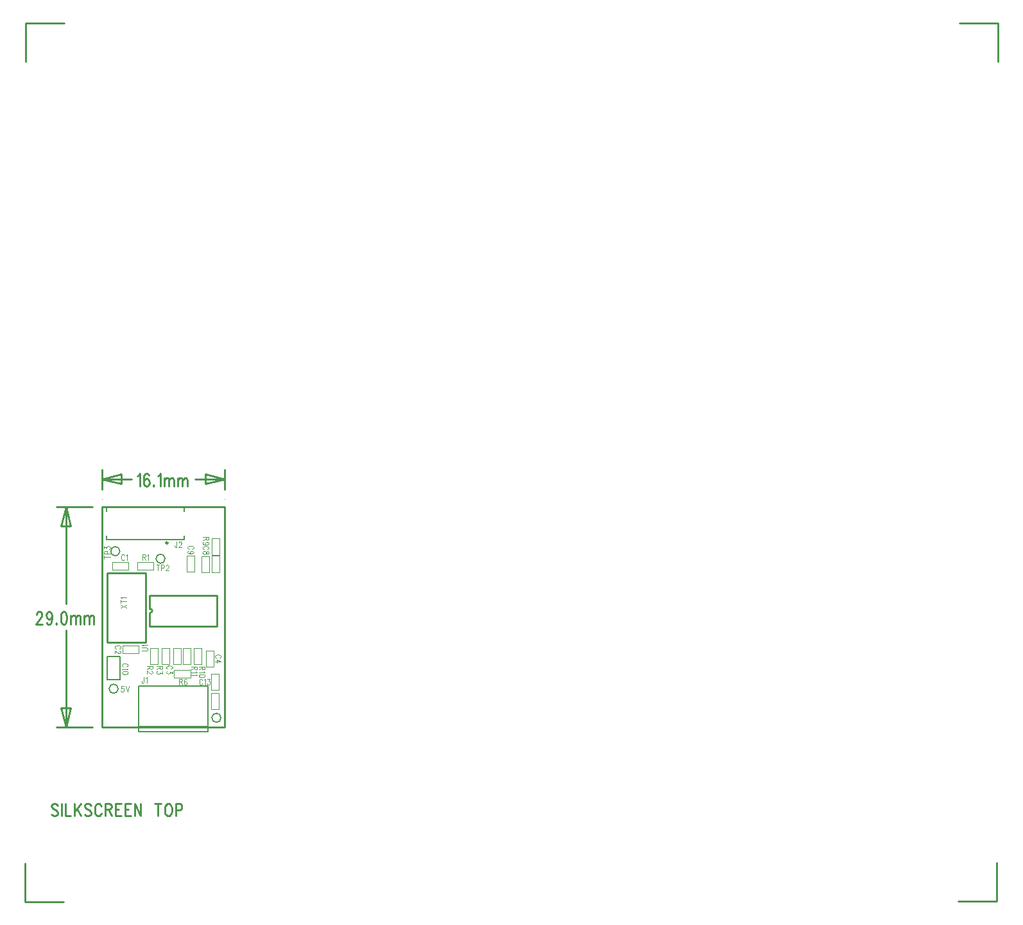
<source format=gbr>
*
*
G04 PADS 9.5 Build Number: 522968 generated Gerber (RS-274-X) file*
G04 PC Version=2.1*
*
%IN "UDA_7.pcb"*%
*
%MOIN*%
*
%FSLAX35Y35*%
*
*
*
*
G04 PC Standard Apertures*
*
*
G04 Thermal Relief Aperture macro.*
%AMTER*
1,1,$1,0,0*
1,0,$1-$2,0,0*
21,0,$3,$4,0,0,45*
21,0,$3,$4,0,0,135*
%
*
*
G04 Annular Aperture macro.*
%AMANN*
1,1,$1,0,0*
1,0,$2,0,0*
%
*
*
G04 Odd Aperture macro.*
%AMODD*
1,1,$1,0,0*
1,0,$1-0.005,0,0*
%
*
*
G04 PC Custom Aperture Macros*
*
*
*
*
*
*
G04 PC Aperture Table*
*
%ADD010C,0.001*%
%ADD011C,0.01*%
%ADD013C,0.00591*%
%ADD014C,0.006*%
%ADD017C,0.004*%
%ADD021C,0.00472*%
*
*
*
*
G04 PC Circuitry*
G04 Layer Name UDA_7.pcb - circuitry*
%LPD*%
*
*
G04 PC Custom Flashes*
G04 Layer Name UDA_7.pcb - flashes*
%LPD*%
*
*
G04 PC Circuitry*
G04 Layer Name UDA_7.pcb - circuitry*
%LPD*%
*
G54D10*
G01X1787425Y1580886D02*
X1787428D01*
X1850811D02*
X1850814D01*
X1787425Y1462776D02*
X1787428D01*
X1787228Y1576949D02*
X1787231D01*
G54D11*
X1810024Y1506587D02*
Y1542587D01*
X1790024*
Y1506587*
X1810024*
X1821436Y1558259D02*
G75*
G03X1821436I-548J0D01*
G01X1811854Y1515012D02*
X1846854D01*
Y1531012*
X1811854*
Y1524012*
X1812354*
Y1522012D02*
G03Y1524012I0J1000D01*
G01Y1522012D02*
X1811854D01*
Y1515012*
X1764205Y1422121D02*
X1763751Y1422746D01*
X1763069Y1423059*
X1762160*
X1761478Y1422746*
X1761024Y1422121*
Y1421496*
X1761251Y1420871*
X1761478Y1420559*
X1761933Y1420246*
X1763296Y1419621*
X1763751Y1419309*
X1763978Y1418996*
X1764205Y1418371*
Y1417434*
X1763751Y1416809*
X1763069Y1416496*
X1762160*
X1761478Y1416809*
X1761024Y1417434*
X1766251Y1423059D02*
Y1416496D01*
X1768296Y1423059D02*
Y1416496D01*
X1771024*
X1773069Y1423059D02*
Y1416496D01*
X1776251Y1423059D02*
X1773069Y1418684D01*
X1774205Y1420246D02*
X1776251Y1416496D01*
X1781478Y1422121D02*
X1781024Y1422746D01*
X1780342Y1423059*
X1779433*
X1778751Y1422746*
X1778296Y1422121*
Y1421496*
X1778524Y1420871*
X1778751Y1420559*
X1779205Y1420246*
X1780569Y1419621*
X1781024Y1419309*
X1781251Y1418996*
X1781478Y1418371*
Y1417434*
X1781024Y1416809*
X1780342Y1416496*
X1779433*
X1778751Y1416809*
X1778296Y1417434*
X1786933Y1421496D02*
X1786705Y1422121D01*
X1786251Y1422746*
X1785796Y1423059*
X1784887*
X1784433Y1422746*
X1783978Y1422121*
X1783751Y1421496*
X1783524Y1420559*
Y1418996*
X1783751Y1418059*
X1783978Y1417434*
X1784433Y1416809*
X1784887Y1416496*
X1785796*
X1786251Y1416809*
X1786705Y1417434*
X1786933Y1418059*
X1788978Y1423059D02*
Y1416496D01*
Y1423059D02*
X1791024D01*
X1791705Y1422746*
X1791933Y1422434*
X1792160Y1421809*
Y1421184*
X1791933Y1420559*
X1791705Y1420246*
X1791024Y1419934*
X1788978*
X1790569D02*
X1792160Y1416496D01*
X1794205Y1423059D02*
Y1416496D01*
Y1423059D02*
X1797160D01*
X1794205Y1419934D02*
X1796024D01*
X1794205Y1416496D02*
X1797160D01*
X1799205Y1423059D02*
Y1416496D01*
Y1423059D02*
X1802160D01*
X1799205Y1419934D02*
X1801024D01*
X1799205Y1416496D02*
X1802160D01*
X1804205Y1423059D02*
Y1416496D01*
Y1423059D02*
X1807387Y1416496D01*
Y1423059D02*
Y1416496D01*
X1816251Y1423059D02*
Y1416496D01*
X1814660Y1423059D02*
X1817842D01*
X1821251D02*
X1820796Y1422746D01*
X1820342Y1422121*
X1820115Y1421496*
X1819887Y1420559*
Y1418996*
X1820115Y1418059*
X1820342Y1417434*
X1820796Y1416809*
X1821251Y1416496*
X1822160*
X1822615Y1416809*
X1823069Y1417434*
X1823296Y1418059*
X1823524Y1418996*
Y1420559*
X1823296Y1421496*
X1823069Y1422121*
X1822615Y1422746*
X1822160Y1423059*
X1821251*
X1825569D02*
Y1416496D01*
Y1423059D02*
X1827615D01*
X1828296Y1422746*
X1828524Y1422434*
X1828751Y1421809*
Y1420871*
X1828524Y1420246*
X1828296Y1419934*
X1827615Y1419621*
X1825569*
X1787425Y1462776D02*
Y1576949D01*
X1850811*
Y1462776*
X1787425*
X1767520Y1828110D02*
X1747520D01*
Y1808110*
X1747441Y1391890D02*
Y1371890D01*
X1767441*
X2232087Y1372205D02*
X2252087D01*
Y1392205*
X2252559Y1808031D02*
Y1828031D01*
X2232559*
X1787425Y1591319D02*
X1802709D01*
X1787425D02*
X1797425Y1593819D01*
Y1588819*
X1787425Y1591319*
X1850811D02*
X1835527D01*
X1850811D02*
X1840811Y1588819D01*
Y1593819*
X1850811Y1591319*
X1787425Y1585886D02*
Y1596319D01*
X1850811Y1585886D02*
Y1596319D01*
X1805709Y1592881D02*
X1806164Y1593194D01*
X1806845Y1594131*
Y1587569*
X1811618Y1593194D02*
X1811391Y1593819D01*
X1810709Y1594131*
X1810254*
X1809573Y1593819*
X1809118Y1592881*
X1808891Y1591319*
Y1589756*
X1809118Y1588506*
X1809573Y1587881*
X1810254Y1587569*
X1810482*
X1811164Y1587881*
X1811618Y1588506*
X1811845Y1589444*
Y1589756*
X1811618Y1590694*
X1811164Y1591319*
X1810482Y1591631*
X1810254*
X1809573Y1591319*
X1809118Y1590694*
X1808891Y1589756*
X1814118Y1588194D02*
X1813891Y1587881D01*
X1814118Y1587569*
X1814345Y1587881*
X1814118Y1588194*
X1816391Y1592881D02*
X1816845Y1593194D01*
X1817527Y1594131*
Y1587569*
X1819573Y1591944D02*
Y1587569D01*
Y1590694D02*
X1820254Y1591631D01*
X1820709Y1591944*
X1821391*
X1821845Y1591631*
X1822073Y1590694*
Y1587569*
Y1590694D02*
X1822754Y1591631D01*
X1823209Y1591944*
X1823891*
X1824345Y1591631*
X1824573Y1590694*
Y1587569*
X1826618Y1591944D02*
Y1587569D01*
Y1590694D02*
X1827300Y1591631D01*
X1827754Y1591944*
X1828436*
X1828891Y1591631*
X1829118Y1590694*
Y1587569*
Y1590694D02*
X1829800Y1591631D01*
X1830254Y1591944*
X1830936*
X1831391Y1591631*
X1831618Y1590694*
Y1587569*
X1768528Y1462776D02*
Y1513112D01*
Y1462776D02*
X1766028Y1472776D01*
X1771028*
X1768528Y1462776*
Y1576949D02*
Y1526612D01*
Y1576949D02*
X1771028Y1566949D01*
X1766028*
X1768528Y1576949*
X1782425Y1462776D02*
X1763528D01*
X1782228Y1576949D02*
X1763528D01*
X1753300Y1521112D02*
Y1521425D01*
X1753528Y1522050*
X1753755Y1522362*
X1754209Y1522675*
X1755118*
X1755573Y1522362*
X1755800Y1522050*
X1756028Y1521425*
Y1520800*
X1755800Y1520175*
X1755346Y1519237*
X1753073Y1516112*
X1756255*
X1761255Y1520487D02*
X1761028Y1519550D01*
X1760573Y1518925*
X1759891Y1518612*
X1759664*
X1758982Y1518925*
X1758528Y1519550*
X1758300Y1520487*
Y1520800*
X1758528Y1521737*
X1758982Y1522362*
X1759664Y1522675*
X1759891*
X1760573Y1522362*
X1761028Y1521737*
X1761255Y1520487*
Y1518925*
X1761028Y1517362*
X1760573Y1516425*
X1759891Y1516112*
X1759437*
X1758755Y1516425*
X1758528Y1517050*
X1763528Y1516737D02*
X1763300Y1516425D01*
X1763528Y1516112*
X1763755Y1516425*
X1763528Y1516737*
X1767164Y1522675D02*
X1766482Y1522362D01*
X1766028Y1521425*
X1765800Y1519862*
Y1518925*
X1766028Y1517362*
X1766482Y1516425*
X1767164Y1516112*
X1767618*
X1768300Y1516425*
X1768755Y1517362*
X1768982Y1518925*
Y1519862*
X1768755Y1521425*
X1768300Y1522362*
X1767618Y1522675*
X1767164*
X1771028Y1520487D02*
Y1516112D01*
Y1519237D02*
X1771709Y1520175D01*
X1772164Y1520487*
X1772846*
X1773300Y1520175*
X1773528Y1519237*
Y1516112*
Y1519237D02*
X1774209Y1520175D01*
X1774664Y1520487*
X1775346*
X1775800Y1520175*
X1776028Y1519237*
Y1516112*
X1778073Y1520487D02*
Y1516112D01*
Y1519237D02*
X1778755Y1520175D01*
X1779209Y1520487*
X1779891*
X1780346Y1520175*
X1780573Y1519237*
Y1516112*
Y1519237D02*
X1781255Y1520175D01*
X1781709Y1520487*
X1782391*
X1782846Y1520175*
X1783073Y1519237*
Y1516112*
G54D13*
X1820028Y1550053D02*
G03X1820028I-2362J0D01*
G01X1829864Y1562078D02*
Y1560109D01*
X1789707*
Y1562078*
X1829864Y1574676D02*
Y1576645D01*
X1789707*
Y1574676*
X1796514Y1553916D02*
G03X1796514I-2362J0D01*
G01X1849039Y1467500D02*
G03X1849039I-2362J0D01*
G01X1795680Y1482532D02*
G03X1795680I-2362J0D01*
G54D14*
G01X1842346Y1460217D02*
X1806126D01*
Y1484035*
X1842346*
Y1460217*
Y1462972D02*
X1806126D01*
Y1460217*
X1842346*
Y1462972*
X1789892Y1487256D02*
Y1499303D01*
X1796743*
Y1487256*
X1789892*
G54D17*
X1848122Y1560458D02*
X1844122D01*
Y1552058*
X1848122*
Y1560458*
X1839081Y1543034D02*
X1843081D01*
Y1551434*
X1839081*
Y1543034*
X1844176Y1543113D02*
X1848176D01*
Y1551513*
X1844176*
Y1543113*
X1824781Y1492251D02*
Y1488251D01*
X1833181*
Y1492251*
X1824781*
X1845331Y1502212D02*
X1841331D01*
Y1493812*
X1845331*
Y1502212*
X1839090Y1503544D02*
X1835090D01*
Y1495144*
X1839090*
Y1503544*
X1833364D02*
X1829364D01*
Y1495144*
X1833364*
Y1503544*
X1828323Y1503606D02*
X1824323D01*
Y1495206*
X1828323*
Y1503606*
X1818224Y1495268D02*
X1822224D01*
Y1503668*
X1818224*
Y1495268*
X1812436Y1495206D02*
X1816436D01*
Y1503606*
X1812436*
Y1495206*
X1843931Y1471940D02*
X1847931D01*
Y1480340*
X1843931*
Y1471940*
X1847931Y1490379D02*
X1843931D01*
Y1481979*
X1847931*
Y1490379*
X1831265Y1543127D02*
X1835265D01*
Y1551527*
X1831265*
Y1543127*
X1800877Y1544437D02*
Y1548437D01*
X1792477*
Y1544437*
X1800877*
X1806389Y1500933D02*
Y1504933D01*
X1797989*
Y1500933*
X1806389*
X1805666Y1548437D02*
Y1544437D01*
X1814066*
Y1548437*
X1805666*
G54D21*
X1796923Y1524587D02*
X1800024Y1526090D01*
X1796923D02*
X1800024Y1524587D01*
X1796923Y1527808D02*
X1800024D01*
X1796923Y1527056D02*
Y1528559D01*
X1797514Y1529526D02*
X1797366Y1529741D01*
X1796923Y1530063*
X1800024*
X1816237Y1546905D02*
Y1543804D01*
X1815485Y1546905D02*
X1816989D01*
X1817955D02*
Y1543804D01*
Y1546905D02*
X1818921D01*
X1819243Y1546757*
X1819351Y1546609*
X1819458Y1546314*
Y1545871*
X1819351Y1545576*
X1819243Y1545428*
X1818921Y1545281*
X1817955*
X1820532Y1546166D02*
Y1546314D01*
X1820639Y1546609*
X1820747Y1546757*
X1820961Y1546905*
X1821391*
X1821606Y1546757*
X1821713Y1546609*
X1821820Y1546314*
Y1546019*
X1821713Y1545723*
X1821498Y1545281*
X1820424Y1543804*
X1821928*
X1826097Y1558986D02*
Y1556624D01*
X1825990Y1556181*
X1825883Y1556033*
X1825668Y1555886*
X1825453*
X1825238Y1556033*
X1825131Y1556181*
X1825024Y1556624*
Y1556919*
X1827171Y1558248D02*
Y1558396D01*
X1827278Y1558691*
X1827386Y1558839*
X1827601Y1558986*
X1828030*
X1828245Y1558839*
X1828352Y1558691*
X1828460Y1558396*
Y1558100*
X1828352Y1557805*
X1828137Y1557362*
X1827064Y1555886*
X1828567*
X1788375Y1550800D02*
X1791475D01*
X1788375Y1550048D02*
Y1551552D01*
Y1552518D02*
X1791475D01*
X1788375D02*
Y1553484D01*
X1788523Y1553806*
X1788670Y1553914*
X1788966Y1554021*
X1789408*
X1789704Y1553914*
X1789851Y1553806*
X1789999Y1553484*
Y1552518*
X1788375Y1555202D02*
Y1556383D01*
X1789556Y1555739*
Y1556061*
X1789704Y1556276*
X1789851Y1556383*
X1790294Y1556491*
X1790590*
X1791032Y1556383*
X1791328Y1556169*
X1791475Y1555846*
Y1555524*
X1791328Y1555202*
X1791180Y1555095*
X1790885Y1554987*
X1842691Y1561201D02*
X1839591D01*
X1842691D02*
Y1560234D01*
X1842543Y1559912*
X1842396Y1559805*
X1842100Y1559698*
X1841805*
X1841510Y1559805*
X1841362Y1559912*
X1841215Y1560234*
Y1561201*
Y1560449D02*
X1839591Y1559698D01*
X1841657Y1557335D02*
X1841215Y1557443D01*
X1840919Y1557657*
X1840772Y1557980*
Y1558087*
X1840919Y1558409*
X1841215Y1558624*
X1841657Y1558731*
X1841805*
X1842248Y1558624*
X1842543Y1558409*
X1842691Y1558087*
Y1557980*
X1842543Y1557657*
X1842248Y1557443*
X1841657Y1557335*
X1840919*
X1840181Y1557443*
X1839738Y1557657*
X1839591Y1557980*
Y1558194*
X1839738Y1558516*
X1840033Y1558624*
X1841953Y1554866D02*
X1842248Y1554973D01*
X1842543Y1555188*
X1842691Y1555403*
Y1555832*
X1842543Y1556047*
X1842248Y1556262*
X1841953Y1556369*
X1841510Y1556476*
X1840772*
X1840329Y1556369*
X1840033Y1556262*
X1839738Y1556047*
X1839591Y1555832*
Y1555403*
X1839738Y1555188*
X1840033Y1554973*
X1840329Y1554866*
X1842691Y1553363D02*
X1842543Y1553685D01*
X1842248Y1553792*
X1841953*
X1841657Y1553685*
X1841510Y1553470*
X1841362Y1553040*
X1841215Y1552718*
X1840919Y1552504*
X1840624Y1552396*
X1840181*
X1839886Y1552504*
X1839738Y1552611*
X1839591Y1552933*
Y1553363*
X1839738Y1553685*
X1839886Y1553792*
X1840181Y1553899*
X1840624*
X1840919Y1553792*
X1841215Y1553577*
X1841362Y1553255*
X1841510Y1552826*
X1841657Y1552611*
X1841953Y1552504*
X1842248*
X1842543Y1552611*
X1842691Y1552933*
Y1553363*
X1807947Y1502343D02*
X1810161D01*
X1810604Y1502450*
X1810900Y1502665*
X1811047Y1502987*
Y1503202*
X1810900Y1503524*
X1810604Y1503738*
X1810161Y1503846*
X1807947*
X1808537Y1504812D02*
X1808390Y1505027D01*
X1807947Y1505349*
X1811047*
X1808971Y1488711D02*
Y1486348D01*
X1808864Y1485906*
X1808757Y1485758*
X1808542Y1485610*
X1808327*
X1808112Y1485758*
X1808005Y1485906*
X1807898Y1486348*
Y1486644*
X1809938Y1488120D02*
X1810152Y1488268D01*
X1810475Y1488711*
Y1485610*
X1827386Y1487726D02*
Y1484626D01*
Y1487726D02*
X1828352D01*
X1828674Y1487579*
X1828782Y1487431*
X1828889Y1487136*
Y1486841*
X1828782Y1486545*
X1828674Y1486398*
X1828352Y1486250*
X1827386*
X1828137D02*
X1828889Y1484626D01*
X1831144Y1487283D02*
X1831037Y1487579D01*
X1830714Y1487726*
X1830500*
X1830178Y1487579*
X1829963Y1487136*
X1829855Y1486398*
Y1485659*
X1829963Y1485069*
X1830178Y1484774*
X1830500Y1484626*
X1830607*
X1830929Y1484774*
X1831144Y1485069*
X1831251Y1485512*
Y1485659*
X1831144Y1486102*
X1830929Y1486398*
X1830607Y1486545*
X1830500*
X1830178Y1486398*
X1829963Y1486102*
X1829855Y1485659*
X1800024Y1494039D02*
X1800319Y1494146D01*
X1800614Y1494361*
X1800762Y1494576*
Y1495005*
X1800614Y1495220*
X1800319Y1495435*
X1800024Y1495542*
X1799581Y1495650*
X1798843*
X1798400Y1495542*
X1798104Y1495435*
X1797809Y1495220*
X1797661Y1495005*
Y1494576*
X1797809Y1494361*
X1798104Y1494146*
X1798400Y1494039*
X1800171Y1493073D02*
X1800319Y1492858D01*
X1800762Y1492536*
X1797661*
X1800762Y1490925D02*
X1800614Y1491247D01*
X1800171Y1491462*
X1799433Y1491569*
X1798990*
X1798252Y1491462*
X1797809Y1491247*
X1797661Y1490925*
Y1490710*
X1797809Y1490388*
X1798252Y1490174*
X1798990Y1490066*
X1799433*
X1800171Y1490174*
X1800614Y1490388*
X1800762Y1490710*
Y1490925*
X1848252Y1498567D02*
X1848547Y1498674D01*
X1848843Y1498889*
X1848990Y1499103*
Y1499533*
X1848843Y1499748*
X1848547Y1499962*
X1848252Y1500070*
X1847809Y1500177*
X1847071*
X1846628Y1500070*
X1846333Y1499962*
X1846037Y1499748*
X1845890Y1499533*
Y1499103*
X1846037Y1498889*
X1846333Y1498674*
X1846628Y1498567*
X1848990Y1496526D02*
X1846923Y1497600D01*
Y1495990*
X1848990Y1496526D02*
X1845890D01*
X1840722Y1494075D02*
X1837622D01*
X1840722D02*
Y1493108D01*
X1840575Y1492786*
X1840427Y1492679*
X1840132Y1492572*
X1839837*
X1839541Y1492679*
X1839394Y1492786*
X1839246Y1493108*
Y1494075*
Y1493323D02*
X1837622Y1492572D01*
X1840132Y1491605D02*
X1840280Y1491390D01*
X1840722Y1491068*
X1837622*
X1840722Y1489458D02*
X1840575Y1489780D01*
X1840132Y1489995*
X1839394Y1490102*
X1838951*
X1838213Y1489995*
X1837770Y1489780*
X1837622Y1489458*
Y1489243*
X1837770Y1488921*
X1838213Y1488706*
X1838951Y1488599*
X1839394*
X1840132Y1488706*
X1840575Y1488921*
X1840722Y1489243*
Y1489458*
X1836785Y1494075D02*
X1833685D01*
X1836785D02*
Y1493108D01*
X1836638Y1492786*
X1836490Y1492679*
X1836195Y1492572*
X1835900*
X1835604Y1492679*
X1835457Y1492786*
X1835309Y1493108*
Y1494075*
Y1493323D02*
X1833685Y1492572D01*
X1836195Y1491605D02*
X1836343Y1491390D01*
X1836785Y1491068*
X1833685*
X1836195Y1490102D02*
X1836343Y1489887D01*
X1836785Y1489565*
X1833685*
X1823055Y1492858D02*
X1823350Y1492965D01*
X1823646Y1493180*
X1823793Y1493395*
Y1493824*
X1823646Y1494039*
X1823350Y1494254*
X1823055Y1494361*
X1822612Y1494469*
X1821874*
X1821431Y1494361*
X1821136Y1494254*
X1820841Y1494039*
X1820693Y1493824*
Y1493395*
X1820841Y1493180*
X1821136Y1492965*
X1821431Y1492858*
X1823793Y1491677D02*
Y1490496D01*
X1822612Y1491140*
Y1490818*
X1822465Y1490603*
X1822317Y1490496*
X1821874Y1490388*
X1821579*
X1821136Y1490496*
X1820841Y1490710*
X1820693Y1491033*
Y1491355*
X1820841Y1491677*
X1820988Y1491784*
X1821283Y1491892*
X1818675Y1494272D02*
X1815575D01*
X1818675D02*
Y1493305D01*
X1818528Y1492983*
X1818380Y1492876*
X1818085Y1492768*
X1817789*
X1817494Y1492876*
X1817346Y1492983*
X1817199Y1493305*
Y1494272*
Y1493520D02*
X1815575Y1492768D01*
X1818675Y1491587D02*
Y1490406D01*
X1817494Y1491050*
Y1490728*
X1817346Y1490514*
X1817199Y1490406*
X1816756Y1490299*
X1816461*
X1816018Y1490406*
X1815722Y1490621*
X1815575Y1490943*
Y1491265*
X1815722Y1491587*
X1815870Y1491695*
X1816165Y1491802*
X1813557Y1494272D02*
X1810457D01*
X1813557D02*
Y1493305D01*
X1813409Y1492983*
X1813262Y1492876*
X1812967Y1492768*
X1812671*
X1812376Y1492876*
X1812228Y1492983*
X1812081Y1493305*
Y1494272*
Y1493520D02*
X1810457Y1492768D01*
X1812819Y1491695D02*
X1812967D01*
X1813262Y1491587*
X1813409Y1491480*
X1813557Y1491265*
Y1490836*
X1813409Y1490621*
X1813262Y1490514*
X1812967Y1490406*
X1812671*
X1812376Y1490514*
X1811933Y1490728*
X1810457Y1491802*
Y1490299*
X1839429Y1486988D02*
X1839322Y1487283D01*
X1839107Y1487579*
X1838893Y1487726*
X1838463*
X1838248Y1487579*
X1838034Y1487283*
X1837926Y1486988*
X1837819Y1486545*
Y1485807*
X1837926Y1485364*
X1838034Y1485069*
X1838248Y1484774*
X1838463Y1484626*
X1838893*
X1839107Y1484774*
X1839322Y1485069*
X1839429Y1485364*
X1840396Y1487136D02*
X1840611Y1487283D01*
X1840933Y1487726*
Y1484626*
X1842114Y1487726D02*
X1843295D01*
X1842651Y1486545*
X1842973*
X1843188Y1486398*
X1843295Y1486250*
X1843402Y1485807*
Y1485512*
X1843295Y1485069*
X1843080Y1484774*
X1842758Y1484626*
X1842436*
X1842114Y1484774*
X1842006Y1484921*
X1841899Y1485217*
X1834079Y1555063D02*
X1834374Y1555170D01*
X1834669Y1555385*
X1834817Y1555599*
X1834817D02*
Y1556029D01*
X1834669Y1556244*
X1834374Y1556458*
X1834079Y1556566*
X1833636Y1556673*
X1832898*
X1832455Y1556566*
X1832159Y1556458*
X1831864Y1556244*
X1831717Y1556029*
Y1555599*
X1831717D02*
X1831864Y1555385D01*
X1832159Y1555170*
X1832455Y1555063*
X1833783Y1552700D02*
X1833341Y1552808D01*
X1833045Y1553023*
X1832898Y1553345*
Y1553452*
X1833045Y1553774*
X1833341Y1553989*
X1833783Y1554096*
X1833931*
X1834374Y1553989*
X1834669Y1553774*
X1834817Y1553452*
Y1553345*
X1834669Y1553023*
X1834374Y1552808*
X1833783Y1552700*
X1833045*
X1832307Y1552808*
X1831864Y1553023*
X1831717Y1553345*
Y1553559*
X1831864Y1553882*
X1832159Y1553989*
X1798878Y1551555D02*
X1798771Y1551850D01*
X1798556Y1552146*
X1798341Y1552293*
X1797912*
X1797697Y1552146*
X1797482Y1551850*
X1797375Y1551555*
X1797268Y1551112*
Y1550374*
X1797375Y1549931*
X1797482Y1549636*
X1797697Y1549341*
X1797912Y1549193*
X1798341*
X1798556Y1549341*
X1798771Y1549636*
X1798878Y1549931*
X1799845Y1551703D02*
X1800059Y1551850D01*
X1800382Y1552293*
Y1549193*
X1796283Y1503291D02*
X1796579Y1503398D01*
X1796874Y1503613*
X1797022Y1503828*
Y1504257*
X1796874Y1504472*
X1796579Y1504687*
X1796283Y1504794*
X1795841Y1504902*
X1795102*
X1794659Y1504794*
X1794364Y1504687*
X1794069Y1504472*
X1793921Y1504257*
Y1503828*
X1794069Y1503613*
X1794364Y1503398*
X1794659Y1503291*
X1796283Y1502217D02*
X1796431D01*
X1796726Y1502110*
X1796874Y1502003*
X1797022Y1501788*
Y1501358*
X1796874Y1501144*
X1796726Y1501036*
X1796431Y1500929*
X1796136*
X1795841Y1501036*
X1795398Y1501251*
X1793921Y1502325*
Y1500821*
X1808291Y1552293D02*
Y1549193D01*
Y1552293D02*
X1809258D01*
X1809580Y1552146*
X1809687Y1551998*
X1809795Y1551703*
Y1551407*
X1809687Y1551112*
X1809580Y1550965*
X1809258Y1550817*
X1808291*
X1809043D02*
X1809795Y1549193D01*
X1810761Y1551703D02*
X1810976Y1551850D01*
X1811298Y1552293*
Y1549193*
X1798467Y1483986D02*
X1797393D01*
X1797286Y1482657*
X1797393Y1482805*
X1797715Y1482953*
X1798037*
X1798359Y1482805*
X1798574Y1482510*
X1798681Y1482067*
X1798574Y1481772*
X1798467Y1481329*
X1798252Y1481033*
X1797930Y1480886*
X1797608*
X1797286Y1481033*
X1797178Y1481181*
X1797071Y1481476*
X1799648Y1483986D02*
X1800507Y1480886D01*
X1801366Y1483986D02*
X1800507Y1480886D01*
G74*
X0Y0D02*
M02*

</source>
